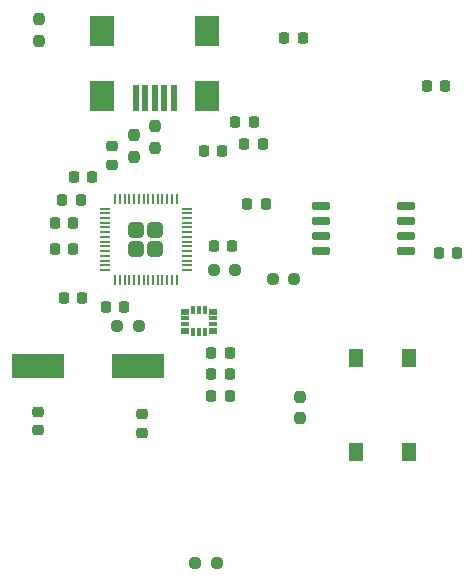
<source format=gbr>
%TF.GenerationSoftware,KiCad,Pcbnew,(7.0.0)*%
%TF.CreationDate,2023-03-11T18:24:33-08:00*%
%TF.ProjectId,pyBoard,7079426f-6172-4642-9e6b-696361645f70,rev?*%
%TF.SameCoordinates,Original*%
%TF.FileFunction,Paste,Bot*%
%TF.FilePolarity,Positive*%
%FSLAX46Y46*%
G04 Gerber Fmt 4.6, Leading zero omitted, Abs format (unit mm)*
G04 Created by KiCad (PCBNEW (7.0.0)) date 2023-03-11 18:24:33*
%MOMM*%
%LPD*%
G01*
G04 APERTURE LIST*
G04 Aperture macros list*
%AMRoundRect*
0 Rectangle with rounded corners*
0 $1 Rounding radius*
0 $2 $3 $4 $5 $6 $7 $8 $9 X,Y pos of 4 corners*
0 Add a 4 corners polygon primitive as box body*
4,1,4,$2,$3,$4,$5,$6,$7,$8,$9,$2,$3,0*
0 Add four circle primitives for the rounded corners*
1,1,$1+$1,$2,$3*
1,1,$1+$1,$4,$5*
1,1,$1+$1,$6,$7*
1,1,$1+$1,$8,$9*
0 Add four rect primitives between the rounded corners*
20,1,$1+$1,$2,$3,$4,$5,0*
20,1,$1+$1,$4,$5,$6,$7,0*
20,1,$1+$1,$6,$7,$8,$9,0*
20,1,$1+$1,$8,$9,$2,$3,0*%
G04 Aperture macros list end*
%ADD10RoundRect,0.249999X0.395001X0.395001X-0.395001X0.395001X-0.395001X-0.395001X0.395001X-0.395001X0*%
%ADD11RoundRect,0.050000X0.387500X0.050000X-0.387500X0.050000X-0.387500X-0.050000X0.387500X-0.050000X0*%
%ADD12RoundRect,0.050000X0.050000X0.387500X-0.050000X0.387500X-0.050000X-0.387500X0.050000X-0.387500X0*%
%ADD13RoundRect,0.225000X0.225000X0.250000X-0.225000X0.250000X-0.225000X-0.250000X0.225000X-0.250000X0*%
%ADD14RoundRect,0.225000X-0.225000X-0.250000X0.225000X-0.250000X0.225000X0.250000X-0.225000X0.250000X0*%
%ADD15RoundRect,0.225000X0.250000X-0.225000X0.250000X0.225000X-0.250000X0.225000X-0.250000X-0.225000X0*%
%ADD16RoundRect,0.237500X0.250000X0.237500X-0.250000X0.237500X-0.250000X-0.237500X0.250000X-0.237500X0*%
%ADD17RoundRect,0.237500X-0.237500X0.250000X-0.237500X-0.250000X0.237500X-0.250000X0.237500X0.250000X0*%
%ADD18RoundRect,0.237500X-0.250000X-0.237500X0.250000X-0.237500X0.250000X0.237500X-0.250000X0.237500X0*%
%ADD19R,4.500000X2.000000*%
%ADD20R,1.300000X1.550000*%
%ADD21R,0.650000X0.500000*%
%ADD22R,0.750000X0.400000*%
%ADD23R,0.400000X0.750000*%
%ADD24R,0.500000X2.300000*%
%ADD25R,2.000000X2.500000*%
%ADD26RoundRect,0.237500X0.237500X-0.250000X0.237500X0.250000X-0.237500X0.250000X-0.237500X-0.250000X0*%
%ADD27RoundRect,0.150000X-0.650000X-0.150000X0.650000X-0.150000X0.650000X0.150000X-0.650000X0.150000X0*%
G04 APERTURE END LIST*
D10*
%TO.C,U1*%
X135535000Y-86550000D03*
X135535000Y-84950000D03*
X133935000Y-86550000D03*
X133935000Y-84950000D03*
D11*
X138172500Y-83150000D03*
X138172500Y-83550000D03*
X138172500Y-83950000D03*
X138172500Y-84350000D03*
X138172500Y-84750000D03*
X138172500Y-85150000D03*
X138172500Y-85550000D03*
X138172500Y-85950000D03*
X138172500Y-86350000D03*
X138172500Y-86750000D03*
X138172500Y-87150000D03*
X138172500Y-87550000D03*
X138172500Y-87950000D03*
X138172500Y-88350000D03*
D12*
X137335000Y-89187500D03*
X136935000Y-89187500D03*
X136535000Y-89187500D03*
X136135000Y-89187500D03*
X135735000Y-89187500D03*
X135335000Y-89187500D03*
X134935000Y-89187500D03*
X134535000Y-89187500D03*
X134135000Y-89187500D03*
X133735000Y-89187500D03*
X133335000Y-89187500D03*
X132935000Y-89187500D03*
X132535000Y-89187500D03*
X132135000Y-89187500D03*
D11*
X131297500Y-88350000D03*
X131297500Y-87950000D03*
X131297500Y-87550000D03*
X131297500Y-87150000D03*
X131297500Y-86750000D03*
X131297500Y-86350000D03*
X131297500Y-85950000D03*
X131297500Y-85550000D03*
X131297500Y-85150000D03*
X131297500Y-84750000D03*
X131297500Y-84350000D03*
X131297500Y-83950000D03*
X131297500Y-83550000D03*
X131297500Y-83150000D03*
D12*
X132135000Y-82312500D03*
X132535000Y-82312500D03*
X132935000Y-82312500D03*
X133335000Y-82312500D03*
X133735000Y-82312500D03*
X134135000Y-82312500D03*
X134535000Y-82312500D03*
X134935000Y-82312500D03*
X135335000Y-82312500D03*
X135735000Y-82312500D03*
X136135000Y-82312500D03*
X136535000Y-82312500D03*
X136935000Y-82312500D03*
X137335000Y-82312500D03*
%TD*%
D13*
%TO.C,C55*%
X129310000Y-90700000D03*
X127760000Y-90700000D03*
%TD*%
D14*
%TO.C,C54*%
X139660000Y-78250000D03*
X141210000Y-78250000D03*
%TD*%
D13*
%TO.C,C53*%
X130210000Y-80500000D03*
X128660000Y-80500000D03*
%TD*%
D14*
%TO.C,C52*%
X144610000Y-77650000D03*
X143060000Y-77650000D03*
%TD*%
%TO.C,C51*%
X142310000Y-75850000D03*
X143860000Y-75850000D03*
%TD*%
%TO.C,C50*%
X143310000Y-82750000D03*
X144860000Y-82750000D03*
%TD*%
%TO.C,C49*%
X140460000Y-86350000D03*
X142010000Y-86350000D03*
%TD*%
%TO.C,C48*%
X131325000Y-91500000D03*
X132875000Y-91500000D03*
%TD*%
D13*
%TO.C,C47*%
X128560000Y-86550000D03*
X127010000Y-86550000D03*
%TD*%
%TO.C,C46*%
X128560000Y-84350000D03*
X127010000Y-84350000D03*
%TD*%
%TO.C,C45*%
X129210000Y-82400000D03*
X127660000Y-82400000D03*
%TD*%
D14*
%TO.C,C44*%
X140260000Y-99000000D03*
X141810000Y-99000000D03*
%TD*%
D13*
%TO.C,C2*%
X148010000Y-68700000D03*
X146460000Y-68700000D03*
%TD*%
D15*
%TO.C,C4*%
X134385000Y-102125000D03*
X134385000Y-100575000D03*
%TD*%
D14*
%TO.C,C3*%
X159560000Y-86900000D03*
X161110000Y-86900000D03*
%TD*%
%TO.C,C6*%
X140260000Y-97150000D03*
X141810000Y-97150000D03*
%TD*%
D16*
%TO.C,R1*%
X140747500Y-113200000D03*
X138922500Y-113200000D03*
%TD*%
D17*
%TO.C,R9*%
X147750000Y-99087500D03*
X147750000Y-100912500D03*
%TD*%
D18*
%TO.C,R8*%
X140472500Y-88350000D03*
X142297500Y-88350000D03*
%TD*%
D13*
%TO.C,C1*%
X160060000Y-72800000D03*
X158510000Y-72800000D03*
%TD*%
D17*
%TO.C,R7*%
X125700000Y-67137500D03*
X125700000Y-68962500D03*
%TD*%
D16*
%TO.C,R5*%
X147297500Y-89150000D03*
X145472500Y-89150000D03*
%TD*%
D14*
%TO.C,C43*%
X140260000Y-95400000D03*
X141810000Y-95400000D03*
%TD*%
D15*
%TO.C,C5*%
X125585000Y-101925000D03*
X125585000Y-100375000D03*
%TD*%
D19*
%TO.C,Y1*%
X134084999Y-96449999D03*
X125584999Y-96449999D03*
%TD*%
D20*
%TO.C,SW1*%
X157034999Y-103774999D03*
X157034999Y-95824999D03*
X152534999Y-103774999D03*
X152534999Y-95824999D03*
%TD*%
D21*
%TO.C,U3*%
X140409999Y-91899999D03*
D22*
X140409999Y-92449999D03*
X140409999Y-92949999D03*
D21*
X140409999Y-93499999D03*
D23*
X139734999Y-93624999D03*
X139234999Y-93624999D03*
X138734999Y-93624999D03*
D21*
X138059999Y-93499999D03*
D22*
X138059999Y-92949999D03*
X138059999Y-92449999D03*
D21*
X138059999Y-91899999D03*
D23*
X138734999Y-91774999D03*
X139234999Y-91774999D03*
X139734999Y-91774999D03*
%TD*%
D18*
%TO.C,R4*%
X132322500Y-93050000D03*
X134147500Y-93050000D03*
%TD*%
D17*
%TO.C,R2*%
X135485000Y-76187500D03*
X135485000Y-78012500D03*
%TD*%
D24*
%TO.C,J1*%
X133884999Y-73749999D03*
X134684999Y-73749999D03*
X135484999Y-73749999D03*
X136284999Y-73749999D03*
X137084999Y-73749999D03*
D25*
X139934999Y-68149999D03*
X131034999Y-68149999D03*
X139934999Y-73649999D03*
X131034999Y-73649999D03*
%TD*%
D26*
%TO.C,R3*%
X133685000Y-78762500D03*
X133685000Y-76937500D03*
%TD*%
D27*
%TO.C,U2*%
X149585000Y-86755000D03*
X149585000Y-85485000D03*
X149585000Y-84215000D03*
X149585000Y-82945000D03*
X156785000Y-82945000D03*
X156785000Y-84215000D03*
X156785000Y-85485000D03*
X156785000Y-86755000D03*
%TD*%
D15*
%TO.C,C56*%
X131885000Y-79425000D03*
X131885000Y-77875000D03*
%TD*%
M02*

</source>
